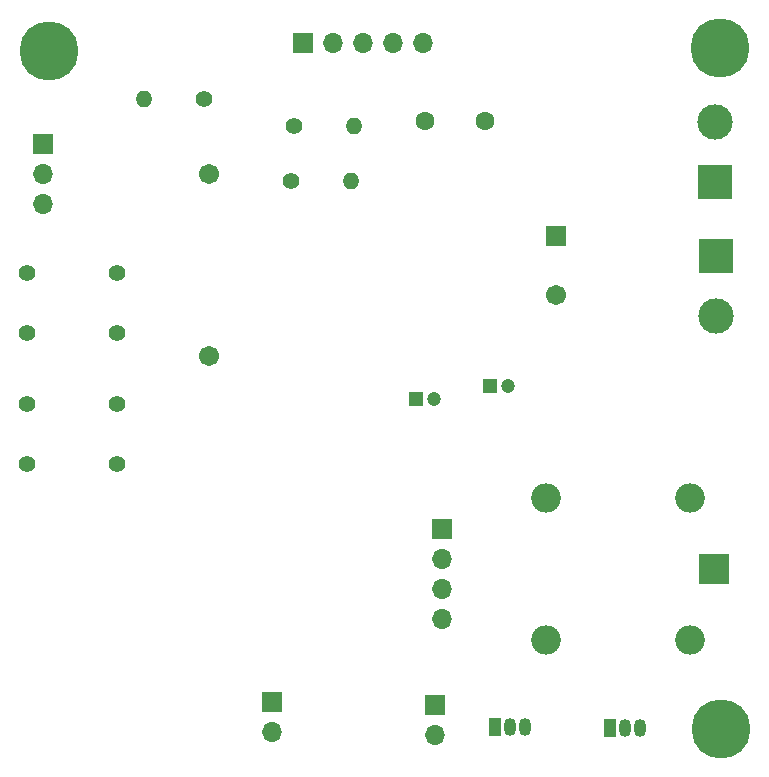
<source format=gbr>
%TF.GenerationSoftware,KiCad,Pcbnew,7.0.7*%
%TF.CreationDate,2025-10-27T22:40:16+01:00*%
%TF.ProjectId,pcb1,70636231-2e6b-4696-9361-645f70636258,rev?*%
%TF.SameCoordinates,Original*%
%TF.FileFunction,Soldermask,Bot*%
%TF.FilePolarity,Negative*%
%FSLAX46Y46*%
G04 Gerber Fmt 4.6, Leading zero omitted, Abs format (unit mm)*
G04 Created by KiCad (PCBNEW 7.0.7) date 2025-10-27 22:40:16*
%MOMM*%
%LPD*%
G01*
G04 APERTURE LIST*
G04 Aperture macros list*
%AMRoundRect*
0 Rectangle with rounded corners*
0 $1 Rounding radius*
0 $2 $3 $4 $5 $6 $7 $8 $9 X,Y pos of 4 corners*
0 Add a 4 corners polygon primitive as box body*
4,1,4,$2,$3,$4,$5,$6,$7,$8,$9,$2,$3,0*
0 Add four circle primitives for the rounded corners*
1,1,$1+$1,$2,$3*
1,1,$1+$1,$4,$5*
1,1,$1+$1,$6,$7*
1,1,$1+$1,$8,$9*
0 Add four rect primitives between the rounded corners*
20,1,$1+$1,$2,$3,$4,$5,0*
20,1,$1+$1,$4,$5,$6,$7,0*
20,1,$1+$1,$6,$7,$8,$9,0*
20,1,$1+$1,$8,$9,$2,$3,0*%
G04 Aperture macros list end*
%ADD10R,1.700000X1.700000*%
%ADD11O,1.700000X1.700000*%
%ADD12C,5.000000*%
%ADD13R,1.050000X1.500000*%
%ADD14O,1.050000X1.500000*%
%ADD15C,1.400000*%
%ADD16O,1.400000X1.400000*%
%ADD17C,1.397000*%
%ADD18R,1.200000X1.200000*%
%ADD19C,1.200000*%
%ADD20R,3.000000X3.000000*%
%ADD21C,3.000000*%
%ADD22C,1.600000*%
%ADD23R,2.500000X2.500000*%
%ADD24O,2.500000X2.500000*%
%ADD25RoundRect,0.102000X0.754000X0.754000X-0.754000X0.754000X-0.754000X-0.754000X0.754000X-0.754000X0*%
%ADD26C,1.712000*%
G04 APERTURE END LIST*
D10*
%TO.C,Rele*%
X178760000Y-96610000D03*
D11*
X178760000Y-99150000D03*
X178760000Y-101690000D03*
%TD*%
D12*
%TO.C,REF3*%
X179240000Y-88760000D03*
%TD*%
D13*
%TO.C,Q2*%
X217000000Y-146020000D03*
D14*
X218270000Y-146020000D03*
X219540000Y-146020000D03*
%TD*%
D15*
%TO.C,R4*%
X192320000Y-92850000D03*
D16*
X187240000Y-92850000D03*
%TD*%
D17*
%TO.C,Reset*%
X177330000Y-118660000D03*
X184950000Y-118660000D03*
X177330000Y-123740000D03*
X184950000Y-123740000D03*
%TD*%
D15*
%TO.C,R3*%
X199760000Y-99730000D03*
D16*
X204840000Y-99730000D03*
%TD*%
D12*
%TO.C,REF3*%
X236000000Y-88510000D03*
%TD*%
D17*
%TO.C,Boot*%
X177360000Y-107530000D03*
X184980000Y-107530000D03*
X177360000Y-112610000D03*
X184980000Y-112610000D03*
%TD*%
D12*
%TO.C,REF3*%
X236130000Y-146150000D03*
%TD*%
D10*
%TO.C,LedPrueba*%
X211950000Y-144125000D03*
D11*
X211950000Y-146665000D03*
%TD*%
D18*
%TO.C,C1*%
X216580000Y-117120000D03*
D19*
X218080000Y-117120000D03*
%TD*%
D20*
%TO.C,Alimentacion220V*%
X235580000Y-99880000D03*
D21*
X235580000Y-94800000D03*
%TD*%
D15*
%TO.C,R2*%
X199940000Y-95070000D03*
D16*
X205020000Y-95070000D03*
%TD*%
D13*
%TO.C,Q1*%
X226730000Y-146040000D03*
D14*
X228000000Y-146040000D03*
X229270000Y-146040000D03*
%TD*%
D18*
%TO.C,C2*%
X210300000Y-118190000D03*
D19*
X211800000Y-118190000D03*
%TD*%
D10*
%TO.C,Uart*%
X212500000Y-129190000D03*
D11*
X212500000Y-131730000D03*
X212500000Y-134270000D03*
X212500000Y-136810000D03*
%TD*%
D20*
%TO.C,Entrada*%
X235740000Y-106130000D03*
D21*
X235740000Y-111210000D03*
%TD*%
D10*
%TO.C,Sensor*%
X198130000Y-143865000D03*
D11*
X198130000Y-146405000D03*
%TD*%
D22*
%TO.C,R1*%
X211065000Y-94710000D03*
X216145000Y-94710000D03*
%TD*%
D23*
%TO.C,Rele2*%
X235507500Y-132630000D03*
D24*
X233507500Y-126630000D03*
X221307500Y-126630000D03*
X221307500Y-138630000D03*
X233507500Y-138630000D03*
%TD*%
D10*
%TO.C,SensorAPDS9960*%
X200740000Y-88080000D03*
D11*
X203280000Y-88080000D03*
X205820000Y-88080000D03*
X208360000Y-88080000D03*
X210900000Y-88080000D03*
%TD*%
D25*
%TO.C,PS1*%
X222192400Y-104400000D03*
D26*
X222192400Y-109400000D03*
X192792400Y-99200000D03*
X192792400Y-114600000D03*
%TD*%
M02*

</source>
